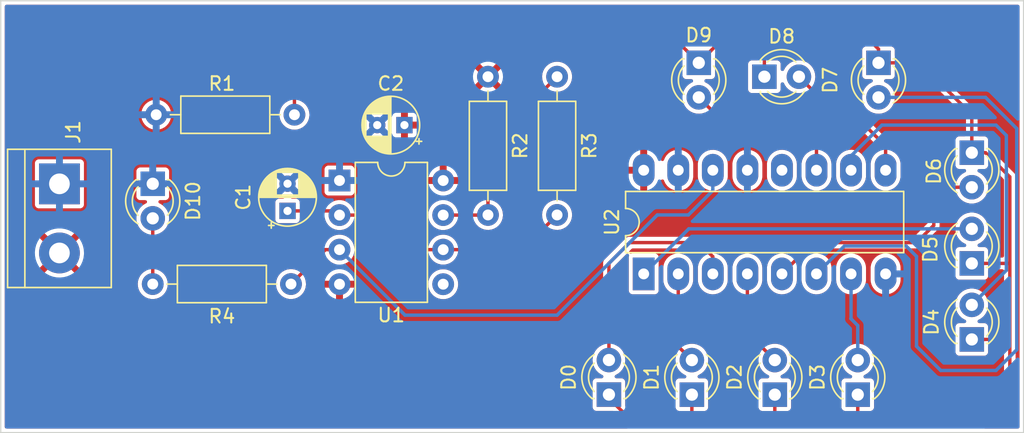
<source format=kicad_pcb>
(kicad_pcb (version 20211014) (generator pcbnew)
  (layers (0 "F.Cu" signal) (31 "B.Cu" signal) (34 "B.Paste" user) (35 "F.Paste" user) (36 "B.SilkS" user "B.Silkscreen") (37 "F.SilkS" user "F.Silkscreen") (38 "B.Mask" user) (39 "F.Mask" user) (44 "Edge.Cuts" user))
  (net 0 "")
  (net 1 "6,2")
  (net 2 "GND")
  (net 3 "Vcc")
  (net 4 "Net-(D0-Pad1)")
  (net 5 "Net-(D0-Pad2)")
  (net 6 "Net-(D1-Pad2)")
  (net 7 "Net-(D2-Pad2)")
  (net 8 "Net-(D3-Pad2)")
  (net 9 "Net-(D4-Pad2)")
  (net 10 "Net-(D5-Pad2)")
  (net 11 "Net-(D6-Pad2)")
  (net 12 "Net-(D7-Pad2)")
  (net 13 "Net-(D8-Pad2)")
  (net 14 "Net-(D9-Pad2)")
  (net 15 "Net-(D10-Pad2)")
  (net 16 "Net-(R2-Pad2)")
  (net 17 "Net-(R4-Pad1)")
  (footprint "LED_THT:LED_D3.0mm_Clear" (layer "F.Cu") (at 134.112 104.135 -90)
    (fp_text reference "D7" (at 1.275 3.551 90) (layer "F.SilkS"))
    (fp_text value "LED" hide)
    (fp_line (start -0.29 -1.236) (end -0.29 -1.08) (layer "F.SilkS") (width 0.12))
    (fp_line (start -0.29 1.08) (end -0.29 1.236) (layer "F.SilkS") (width 0.12))
    (fp_arc (start -0.29 -1.235516) (mid 1.366487 -1.987659) (end 2.942335 -1.078608) (layer "F.SilkS") (width 0.12))
    (fp_arc (start 0.229039 -1.08) (mid 1.270117 -1.5) (end 2.31113 -1.079837) (layer "F.SilkS") (width 0.12))
    (fp_arc (start 2.31113 1.079837) (mid 1.270117 1.5) (end 0.229039 1.08) (layer "F.SilkS") (width 0.12))
    (fp_arc (start 2.942335 1.078608) (mid 1.366487 1.987659) (end -0.29 1.235516) (layer "F.SilkS") (width 0.12))
    (pad "1" thru_hole rect (at 0 0 270) (size 1.8 1.8) (drill 0.9) (layers *.Cu *.Mask) (net 4 "Net-(D0-Pad1)"))
    (pad "2" thru_hole circle (at 2.54 0 270) (size 1.8 1.8) (drill 0.9) (layers *.Cu *.Mask) (net 12 "Net-(D7-Pad2)"))
  )
  (footprint "Resistor_THT:R_Axial_DIN0207_L6.3mm_D2.5mm_P10.16mm_Horizontal" (layer "F.Cu") (at 91.186 107.95 180)
    (fp_text reference "R1" (at 5.334 2.286) (layer "F.SilkS"))
    (fp_text value "330" hide)
    (fp_line (start 9.12 0) (end 8.35 0) (layer "F.SilkS") (width 0.12))
    (fp_line (start 8.35 1.37) (end 8.35 -1.37) (layer "F.SilkS") (width 0.12))
    (fp_line (start 8.35 -1.37) (end 1.81 -1.37) (layer "F.SilkS") (width 0.12))
    (fp_line (start 1.81 -1.37) (end 1.81 1.37) (layer "F.SilkS") (width 0.12))
    (fp_line (start 1.04 0) (end 1.81 0) (layer "F.SilkS") (width 0.12))
    (fp_line (start 1.81 1.37) (end 8.35 1.37) (layer "F.SilkS") (width 0.12))
    (pad "1" thru_hole circle (at 0 0 180) (size 1.6 1.6) (drill 0.8) (layers *.Cu *.Mask) (net 4 "Net-(D0-Pad1)"))
    (pad "2" thru_hole oval (at 10.16 0 180) (size 1.6 1.6) (drill 0.8) (layers *.Cu *.Mask) (net 2 "GND"))
  )
  (footprint "Resistor_THT:R_Axial_DIN0207_L6.3mm_D2.5mm_P10.16mm_Horizontal" (layer "F.Cu") (at 110.49 105.156 -90)
    (fp_text reference "R3" (at 5.08 -2.37 90) (layer "F.SilkS"))
    (fp_text value "100k" hide)
    (fp_line (start 1.04 0) (end 1.81 0) (layer "F.SilkS") (width 0.12))
    (fp_line (start 8.35 -1.37) (end 1.81 -1.37) (layer "F.SilkS") (width 0.12))
    (fp_line (start 9.12 0) (end 8.35 0) (layer "F.SilkS") (width 0.12))
    (fp_line (start 8.35 1.37) (end 8.35 -1.37) (layer "F.SilkS") (width 0.12))
    (fp_line (start 1.81 1.37) (end 8.35 1.37) (layer "F.SilkS") (width 0.12))
    (fp_line (start 1.81 -1.37) (end 1.81 1.37) (layer "F.SilkS") (width 0.12))
    (pad "1" thru_hole circle (at 0 0 270) (size 1.6 1.6) (drill 0.8) (layers *.Cu *.Mask) (net 16 "Net-(R2-Pad2)"))
    (pad "2" thru_hole oval (at 10.16 0 270) (size 1.6 1.6) (drill 0.8) (layers *.Cu *.Mask) (net 1 "6,2"))
  )
  (footprint "TerminalBlock:TerminalBlock_bornier-2_P5.08mm" (layer "F.Cu") (at 73.914 113.03 -90)
    (fp_text reference "J1" (at -3.81 -1.016 90) (layer "F.SilkS"))
    (fp_text value "Screw_Terminal_01x02" hide)
    (fp_line (start 7.62 -3.81) (end -2.54 -3.81) (layer "F.SilkS") (width 0.12))
    (fp_line (start -2.54 3.81) (end 7.62 3.81) (layer "F.SilkS") (width 0.12))
    (fp_line (start -2.54 -3.81) (end -2.54 3.81) (layer "F.SilkS") (width 0.12))
    (fp_line (start 7.62 3.81) (end 7.62 -3.81) (layer "F.SilkS") (width 0.12))
    (fp_line (start 7.62 2.54) (end -2.54 2.54) (layer "F.SilkS") (width 0.12))
    (pad "1" thru_hole rect (at 0 0 270) (size 3 3) (drill 1.52) (layers *.Cu *.Mask) (net 2 "GND"))
    (pad "2" thru_hole circle (at 5.08 0 270) (size 3 3) (drill 1.52) (layers *.Cu *.Mask) (net 3 "Vcc"))
  )
  (footprint "Capacitor_THT:CP_Radial_D4.0mm_P2.00mm" (layer "F.Cu") (at 99.2706 108.712 180)
    (fp_text reference "C2" (at 1 3.048) (layer "F.SilkS"))
    (fp_text value "1uF" hide)
    (fp_line (start 2.561 -1.396) (end 2.561 -0.84) (layer "F.SilkS") (width 0.12))
    (fp_line (start 2.521 -1.438) (end 2.521 -0.84) (layer "F.SilkS") (width 0.12))
    (fp_line (start 1.721 -1.954) (end 1.721 -0.84) (layer "F.SilkS") (width 0.12))
    (fp_line (start 1.761 0.84) (end 1.761 1.94) (layer "F.SilkS") (width 0.12))
    (fp_line (start 2.841 -1.013) (end 2.841 1.013) (layer "F.SilkS") (width 0.12))
    (fp_line (start 2.081 0.84) (end 2.081 1.785) (layer "F.SilkS") (width 0.12))
    (fp_line (start 1.68 0.84) (end 1.68 1.968) (layer "F.SilkS") (width 0.12))
    (fp_line (start 2.441 -1.516) (end 2.441 -0.84) (layer "F.SilkS") (width 0.12))
    (fp_line (start 2.681 0.84) (end 2.681 1.254) (layer "F.SilkS") (width 0.12))
    (fp_line (start 2.881 -0.94) (end 2.881 0.94) (layer "F.SilkS") (width 0.12))
    (fp_line (start 1.961 0.84) (end 1.961 1.851) (layer "F.SilkS") (width 0.12))
    (fp_line (start 2.241 0.84) (end 2.241 1.68) (layer "F.SilkS") (width 0.12))
    (fp_line (start 1.921 0.84) (end 1.921 1.87) (layer "F.SilkS") (width 0.12))
    (fp_line (start 2.121 -1.76) (end 2.121 -0.84) (layer "F.SilkS") (width 0.12))
    (fp_line (start 2.201 0.84) (end 2.201 1.708) (layer "F.SilkS") (width 0.12))
    (fp_line (start 1.28 -2.062) (end 1.28 -0.84) (layer "F.SilkS") (width 0.12))
    (fp_line (start 2.641 -1.304) (end 2.641 -0.84) (layer "F.SilkS") (width 0.12))
    (fp_line (start 1.36 0.84) (end 1.36 2.05) (layer "F.SilkS") (width 0.12))
    (fp_line (start 1.961 -1.851) (end 1.961 -0.84) (layer "F.SilkS") (width 0.12))
    (fp_line (start 3.001 -0.664) (end 3.001 0.664) (layer "F.SilkS") (width 0.12))
    (fp_line (start 1.16 -2.074) (end 1.16 2.074) (layer "F.SilkS") (width 0.12))
    (fp_line (start -1.069801 -1.395) (end -1.069801 -0.995) (layer "F.SilkS") (width 0.12))
    (fp_line (start 1.761 -1.94) (end 1.761 -0.84) (layer "F.SilkS") (width 0.12))
    (fp_line (start 2.401 0.84) (end 2.401 1.552) (layer "F.SilkS") (width 0.12))
    (fp_line (start 2.481 -1.478) (end 2.481 -0.84) (layer "F.SilkS") (width 0.12))
    (fp_line (start 1.44 0.84) (end 1.44 2.034) (layer "F.SilkS") (width 0.12))
    (fp_line (start 1.881 -1.889) (end 1.881 -0.84) (layer "F.SilkS") (width 0.12))
    (fp_line (start 2.321 -1.619) (end 2.321 -0.84) (layer "F.SilkS") (width 0.12))
    (fp_line (start 3.081 -0.37) (end 3.081 0.37) (layer "F.SilkS") (width 0.12))
    (fp_line (start 1.12 -2.077) (end 1.12 2.077) (layer "F.SilkS") (width 0.12))
    (fp_line (start 2.201 -1.708) (end 2.201 -0.84) (layer "F.SilkS") (width 0.12))
    (fp_line (start 2.161 0.84) (end 2.161 1.735) (layer "F.SilkS") (width 0.12))
    (fp_line (start 1.56 0.84) (end 1.56 2.005) (layer "F.SilkS") (width 0.12))
    (fp_line (start 2.601 -1.351) (end 2.601 -0.84) (layer "F.SilkS") (width 0.12))
    (fp_line (start 1.921 -1.87) (end 1.921 -0.84) (layer "F.SilkS") (width 0.12))
    (fp_line (start 2.281 0.84) (end 2.281 1.65) (layer "F.SilkS") (width 0.12))
    (fp_line (start 2.641 0.84) (end 2.641 1.304) (layer "F.SilkS") (width 0.12))
    (fp_line (start 2.121 0.84) (end 2.121 1.76) (layer "F.SilkS") (width 0.12))
    (fp_line (start 1.4 0.84) (end 1.4 2.042) (layer "F.SilkS") (width 0.12))
    (fp_line (start 2.601 0.84) (end 2.601 1.351) (layer "F.SilkS") (width 0.12))
    (fp_line (start 1.64 -1.982) (end 1.64 -0.84) (layer "F.SilkS") (width 0.12))
    (fp_line (start 1.881 0.84) (end 1.881 1.889) (layer "F.SilkS") (width 0.12))
    (fp_line (start 2.041 0.84) (end 2.041 1.808) (layer "F.SilkS") (width 0.12))
    (fp_line (start 2.561 0.84) (end 2.561 1.396) (layer "F.SilkS") (width 0.12))
    (fp_line (start 1.6 -1.994) (end 1.6 -0.84) (layer "F.SilkS") (width 0.12))
    (fp_line (start 1.721 0.84) (end 1.721 1.954) (layer "F.SilkS") (width 0.12))
    (fp_line (start 2.361 0.84) (end 2.361 1.587) (layer "F.SilkS") (width 0.12))
    (fp_line (start 2.681 -1.254) (end 2.681 -0.84) (layer "F.SilkS") (width 0.12))
    (fp_line (start 2.001 -1.83) (end 2.001 -0.84) (layer "F.SilkS") (width 0.12))
    (fp_line (start 2.041 -1.808) (end 2.041 -0.84) (layer "F.SilkS") (width 0.12))
    (fp_line (start 1.2 0.84) (end 1.2 2.071) (layer "F.SilkS") (width 0.12))
    (fp_line (start 2.761 -1.142) (end 2.761 -0.84) (layer "F.SilkS") (width 0.12))
    (fp_line (start 1.6 0.84) (end 1.6 1.994) (layer "F.SilkS") (width 0.12))
    (fp_line (start 1.32 0.84) (end 1.32 2.056) (layer "F.SilkS") (width 0.12))
    (fp_line (start 2.921 -0.859) (end 2.921 0.859) (layer "F.SilkS") (width 0.12))
    (fp_line (start -1.269801 -1.195) (end -0.869801 -1.195) (layer "F.SilkS") (width 0.12))
    (fp_line (start 1.64 0.84) (end 1.64 1.982) (layer "F.SilkS") (width 0.12))
    (fp_line (start 2.161 -1.735) (end 2.161 -0.84) (layer "F.SilkS") (width 0.12))
    (fp_line (start 1.56 -2.005) (end 1.56 -0.84) (layer "F.SilkS") (width 0.12))
    (fp_line (start 1.841 0.84) (end 1.841 1.907) (layer "F.SilkS") (width 0.12))
    (fp_line (start 1.36 -2.05) (end 1.36 -0.84) (layer "F.SilkS") (width 0.12))
    (fp_line (start 1.68 -1.968) (end 1.68 -0.84) (layer "F.SilkS") (width 0.12))
    (fp_line (start 2.721 0.84) (end 2.721 1.2) (layer "F.SilkS") (width 0.12))
    (fp_line (start 2.401 -1.552) (end 2.401 -0.84) (layer "F.SilkS") (width 0.12))
    (fp_line (start 1.48 0.84) (end 1.48 2.025) (layer "F.SilkS") (width 0.12))
    (fp_line (start 1.52 0.84) (end 1.52 2.016) (layer "F.SilkS") (width 0.12))
    (fp_line (start 2.721 -1.2) (end 2.721 -0.84) (layer "F.SilkS") (width 0.12))
    (fp_line (start 1.52 -2.016) (end 1.52 -0.84) (layer "F.SilkS") (width 0.12))
    (fp_line (start 1.24 0.84) (end 1.24 2.067) (layer "F.SilkS") (width 0.12))
    (fp_line (start 1.48 -2.025) (end 1.48 -0.84) (layer "F.SilkS") (width 0.12))
    (fp_line (start 3.041 -0.537) (end 3.041 0.537) (layer "F.SilkS") (width 0.12))
    (fp_line (start 2.081 -1.785) (end 2.081 -0.84) (layer "F.SilkS") (width 0.12))
    (fp_line (start 1.28 0.84) (end 1.28 2.062) (layer "F.SilkS") (width 0.12))
    (fp_line (start 1.32 -2.056) (end 1.32 -0.84) (layer "F.SilkS") (width 0.12))
    (fp_line (start 2.961 -0.768) (end 2.961 0.768) (layer "F.SilkS") (width 0.12))
    (fp_line (start 2.361 -1.587) (end 2.361 -0.84) (layer "F.SilkS") (width 0.12))
    (fp_line (start 2.441 0.84) (end 2.441 1.516) (layer "F.SilkS") (width 0.12))
    (fp_line (start 2.241 -1.68) (end 2.241 -0.84) (layer "F.SilkS") (width 0.12))
    (fp_line (start 1.44 -2.034) (end 1.44 -0.84) (layer "F.SilkS") (width 0.12))
    (fp_line (start 1.04 -2.08) (end 1.04 2.08) (layer "F.SilkS") (width 0.12))
    (fp_line (start 1.4 -2.042) (end 1.4 -0.84) (layer "F.SilkS") (width 0.12))
    (fp_line (start 2.321 0.84) (end 2.321 1.619) (layer "F.SilkS") (width 0.12))
    (fp_line (start 1.08 -2.079) (end 1.08 2.079) (layer "F.SilkS") (width 0.12))
    (fp_line (start 2.481 0.84) (end 2.481 1.478) (layer "F.SilkS") (width 0.12))
    (fp_line (start 1.801 -1.924) (end 1.801 -0.84) (layer "F.SilkS") (width 0.12))
    (fp_line (start 1 -2.08) (end 1 2.08) (layer "F.SilkS") (width 0.12))
    (fp_line (start 1.24 -2.067) (end 1.24 -0.84) (layer "F.SilkS") (width 0.12))
    (fp_line (start 2.281 -1.65) (end 2.281 -0.84) (layer "F.SilkS") (width 0.12))
    (fp_line (start 1.841 -1.907) (end 1.841 -0.84) (layer "F.SilkS") (width 0.12))
    (fp_line (start 2.001 0.84) (end 2.001 1.83) (layer "F.SilkS") (width 0.12))
    (fp_line (start 2.761 0.84) (end 2.761 1.142) (layer "F.SilkS") (width 0.12))
    (fp_line (start 2.801 0.84) (end 2.801 1.08) (layer "F.SilkS") (width 0.12))
    (fp_line (start 2.521 0.84) (end 2.521 1.438) (layer "F.SilkS") (width 0.12))
    (fp_line (start 2.801 -1.08) (end 2.801 -0.84) (layer "F.SilkS") (width 0.12))
    (fp_line (start 1.801 0.84) (end 1.801 1.924) (layer "F.SilkS") (width 0.12))
    (fp_line (start 1.2 -2.071) (end 1.2 -0.84) (layer "F.SilkS") (width 0.12))
    (fp_circle (center 1 0) (end 3.12 0) (layer "F.SilkS") (width 0.12) (fill none))
    (pad "1" thru_hole rect (at 0 0 180) (size 1.2 1.2) (drill 0.6) (layers *.Cu *.Mask) (net 3 "Vcc"))
    (pad "2" thru_hole circle (at 2 0 180) (size 1.2 1.2) (drill 0.6) (layers *.Cu *.Mask) (net 2 "GND"))
  )
  (footprint "LED_THT:LED_D3.0mm_Clear" (layer "F.Cu") (at 126.492 128.524 90)
    (fp_text reference "D2" (at 1.27 -2.96 90) (layer "F.SilkS"))
    (fp_text value "LED" hide)
    (fp_line (start -0.29 -1.236) (end -0.29 -1.08) (layer "F.SilkS") (width 0.12))
    (fp_line (start -0.29 1.08) (end -0.29 1.236) (layer "F.SilkS") (width 0.12))
    (fp_arc (start 0.229039 -1.08) (mid 1.270117 -1.5) (end 2.31113 -1.079837) (layer "F.SilkS") (width 0.12))
    (fp_arc (start -0.29 -1.235516) (mid 1.366487 -1.987659) (end 2.942335 -1.078608) (layer "F.SilkS") (width 0.12))
    (fp_arc (start 2.31113 1.079837) (mid 1.270117 1.5) (end 0.229039 1.08) (layer "F.SilkS") (width 0.12))
    (fp_arc (start 2.942335 1.078608) (mid 1.366487 1.987659) (end -0.29 1.235516) (layer "F.SilkS") (width 0.12))
    (pad "1" thru_hole rect (at 0 0 90) (size 1.8 1.8) (drill 0.9) (layers *.Cu *.Mask) (net 4 "Net-(D0-Pad1)"))
    (pad "2" thru_hole circle (at 2.54 0 90) (size 1.8 1.8) (drill 0.9) (layers *.Cu *.Mask) (net 7 "Net-(D2-Pad2)"))
  )
  (footprint "Resistor_THT:R_Axial_DIN0207_L6.3mm_D2.5mm_P10.16mm_Horizontal" (layer "F.Cu") (at 90.932 120.396 180)
    (fp_text reference "R4" (at 5.08 -2.37) (layer "F.SilkS"))
    (fp_text value "330" hide)
    (fp_line (start 1.04 0) (end 1.81 0) (layer "F.SilkS") (width 0.12))
    (fp_line (start 1.81 -1.37) (end 1.81 1.37) (layer "F.SilkS") (width 0.12))
    (fp_line (start 8.35 1.37) (end 8.35 -1.37) (layer "F.SilkS") (width 0.12))
    (fp_line (start 9.12 0) (end 8.35 0) (layer "F.SilkS") (width 0.12))
    (fp_line (start 1.81 1.37) (end 8.35 1.37) (layer "F.SilkS") (width 0.12))
    (fp_line (start 8.35 -1.37) (end 1.81 -1.37) (layer "F.SilkS") (width 0.12))
    (pad "1" thru_hole circle (at 0 0 180) (size 1.6 1.6) (drill 0.8) (layers *.Cu *.Mask) (net 17 "Net-(R4-Pad1)"))
    (pad "2" thru_hole oval (at 10.16 0 180) (size 1.6 1.6) (drill 0.8) (layers *.Cu *.Mask) (net 15 "Net-(D10-Pad2)"))
  )
  (footprint "LED_THT:LED_D3.0mm_Clear" (layer "F.Cu") (at 140.97 124.465 90)
    (fp_text reference "D4" (at 1.27 -2.96 90) (layer "F.SilkS"))
    (fp_text value "LED" hide)
    (fp_line (start -0.29 1.08) (end -0.29 1.236) (layer "F.SilkS") (width 0.12))
    (fp_line (start -0.29 -1.236) (end -0.29 -1.08) (layer "F.SilkS") (width 0.12))
    (fp_arc (start -0.29 -1.235516) (mid 1.366487 -1.987659) (end 2.942335 -1.078608) (layer "F.SilkS") (width 0.12))
    (fp_arc (start 2.942335 1.078608) (mid 1.366487 1.987659) (end -0.29 1.235516) (layer "F.SilkS") (width 0.12))
    (fp_arc (start 2.31113 1.079837) (mid 1.270117 1.5) (end 0.229039 1.08) (layer "F.SilkS") (width 0.12))
    (fp_arc (start 0.229039 -1.08) (mid 1.270117 -1.5) (end 2.31113 -1.079837) (layer "F.SilkS") (width 0.12))
    (pad "1" thru_hole rect (at 0 0 90) (size 1.8 1.8) (drill 0.9) (layers *.Cu *.Mask) (net 4 "Net-(D0-Pad1)"))
    (pad "2" thru_hole circle (at 2.54 0 90) (size 1.8 1.8) (drill 0.9) (layers *.Cu *.Mask) (net 9 "Net-(D4-Pad2)"))
  )
  (footprint "Resistor_THT:R_Axial_DIN0207_L6.3mm_D2.5mm_P10.16mm_Horizontal" (layer "F.Cu") (at 105.41 105.156 -90)
    (fp_text reference "R2" (at 5.08 -2.37 90) (layer "F.SilkS"))
    (fp_text value "1k" hide)
    (fp_line (start 8.35 1.37) (end 8.35 -1.37) (layer "F.SilkS") (width 0.12))
    (fp_line (start 9.12 0) (end 8.35 0) (layer "F.SilkS") (width 0.12))
    (fp_line (start 1.81 1.37) (end 8.35 1.37) (layer "F.SilkS") (width 0.12))
    (fp_line (start 1.04 0) (end 1.81 0) (layer "F.SilkS") (width 0.12))
    (fp_line (start 8.35 -1.37) (end 1.81 -1.37) (layer "F.SilkS") (width 0.12))
    (fp_line (start 1.81 -1.37) (end 1.81 1.37) (layer "F.SilkS") (width 0.12))
    (pad "1" thru_hole circle (at 0 0 270) (size 1.6 1.6) (drill 0.8) (layers *.Cu *.Mask) (net 3 "Vcc"))
    (pad "2" thru_hole oval (at 10.16 0 270) (size 1.6 1.6) (drill 0.8) (layers *.Cu *.Mask) (net 16 "Net-(R2-Pad2)"))
  )
  (footprint "LED_THT:LED_D3.0mm_Clear" (layer "F.Cu") (at 120.396 128.524 90)
    (fp_text reference "D1" (at 1.27 -2.96 90) (layer "F.SilkS"))
    (fp_text value "LED" hide)
    (fp_line (start -0.29 -1.236) (end -0.29 -1.08) (layer "F.SilkS") (width 0.12))
    (fp_line (start -0.29 1.08) (end -0.29 1.236) (layer "F.SilkS") (width 0.12))
    (fp_arc (start -0.29 -1.235516) (mid 1.366487 -1.987659) (end 2.942335 -1.078608) (layer "F.SilkS") (width 0.12))
    (fp_arc (start 0.229039 -1.08) (mid 1.270117 -1.5) (end 2.31113 -1.079837) (layer "F.SilkS") (width 0.12))
    (fp_arc (start 2.942335 1.078608) (mid 1.366487 1.987659) (end -0.29 1.235516) (layer "F.SilkS") (width 0.12))
    (fp_arc (start 2.31113 1.079837) (mid 1.270117 1.5) (end 0.229039 1.08) (layer "F.SilkS") (width 0.12))
    (pad "1" thru_hole rect (at 0 0 90) (size 1.8 1.8) (drill 0.9) (layers *.Cu *.Mask) (net 4 "Net-(D0-Pad1)"))
    (pad "2" thru_hole circle (at 2.54 0 90) (size 1.8 1.8) (drill 0.9) (layers *.Cu *.Mask) (net 6 "Net-(D1-Pad2)"))
  )
  (footprint "LED_THT:LED_D3.0mm_Clear" (layer "F.Cu") (at 132.588 128.524 90)
    (fp_text reference "D3" (at 1.27 -2.96 90) (layer "F.SilkS"))
    (fp_text value "LED" hide)
    (fp_line (start -0.29 -1.236) (end -0.29 -1.08) (layer "F.SilkS") (width 0.12))
    (fp_line (start -0.29 1.08) (end -0.29 1.236) (layer "F.SilkS") (width 0.12))
    (fp_arc (start 0.229039 -1.08) (mid 1.270117 -1.5) (end 2.31113 -1.079837) (layer "F.SilkS") (width 0.12))
    (fp_arc (start -0.29 -1.235516) (mid 1.366487 -1.987659) (end 2.942335 -1.078608) (layer "F.SilkS") (width 0.12))
    (fp_arc (start 2.31113 1.079837) (mid 1.270117 1.5) (end 0.229039 1.08) (layer "F.SilkS") (width 0.12))
    (fp_arc (start 2.942335 1.078608) (mid 1.366487 1.987659) (end -0.29 1.235516) (layer "F.SilkS") (width 0.12))
    (pad "1" thru_hole rect (at 0 0 90) (size 1.8 1.8) (drill 0.9) (layers *.Cu *.Mask) (net 4 "Net-(D0-Pad1)"))
    (pad "2" thru_hole circle (at 2.54 0 90) (size 1.8 1.8) (drill 0.9) (layers *.Cu *.Mask) (net 8 "Net-(D3-Pad2)"))
  )
  (footprint "Capacitor_THT:CP_Radial_D4.0mm_P2.00mm" (layer "F.Cu") (at 90.678 115.0186 90)
    (fp_text reference "C1" (at 1 -3.25 90) (layer "F.SilkS"))
    (fp_text value "1uF" hide)
    (fp_line (start 3.081 -0.37) (end 3.081 0.37) (layer "F.SilkS") (width 0.12))
    (fp_line (start 2.641 -1.304) (end 2.641 -0.84) (layer "F.SilkS") (width 0.12))
    (fp_line (start 2.761 0.84) (end 2.761 1.142) (layer "F.SilkS") (width 0.12))
    (fp_line (start 1.961 0.84) (end 1.961 1.851) (layer "F.SilkS") (width 0.12))
    (fp_line (start 1.48 -2.025) (end 1.48 -0.84) (layer "F.SilkS") (width 0.12))
    (fp_line (start 2.641 0.84) (end 2.641 1.304) (layer "F.SilkS") (width 0.12))
    (fp_line (start 1.2 0.84) (end 1.2 2.071) (layer "F.SilkS") (width 0.12))
    (fp_line (start 2.761 -1.142) (end 2.761 -0.84) (layer "F.SilkS") (width 0.12))
    (fp_line (start 1.56 0.84) (end 1.56 2.005) (layer "F.SilkS") (width 0.12))
    (fp_line (start 1.4 -2.042) (end 1.4 -0.84) (layer "F.SilkS") (width 0.12))
    (fp_line (start 2.681 -1.254) (end 2.681 -0.84) (layer "F.SilkS") (width 0.12))
    (fp_line (start 1.04 -2.08) (end 1.04 2.08) (layer "F.SilkS") (width 0.12))
    (fp_line (start 2.201 0.84) (end 2.201 1.708) (layer "F.SilkS") (width 0.12))
    (fp_line (start 1.52 0.84) (end 1.52 2.016) (layer "F.SilkS") (width 0.12))
    (fp_line (start 1.56 -2.005) (end 1.56 -0.84) (layer "F.SilkS") (width 0.12))
    (fp_line (start 2.041 0.84) (end 2.041 1.808) (layer "F.SilkS") (width 0.12))
    (fp_line (start 1.64 0.84) (end 1.64 1.982) (layer "F.SilkS") (width 0.12))
    (fp_line (start 1.44 0.84) (end 1.44 2.034) (layer "F.SilkS") (width 0.12))
    (fp_line (start 1.921 0.84) (end 1.921 1.87) (layer "F.SilkS") (width 0.12))
    (fp_line (start 2.721 0.84) (end 2.721 1.2) (layer "F.SilkS") (width 0.12))
    (fp_line (start 2.481 0.84) (end 2.481 1.478) (layer "F.SilkS") (width 0.12))
    (fp_line (start 1.48 0.84) (end 1.48 2.025) (layer "F.SilkS") (width 0.12))
    (fp_line (start 2.361 0.84) (end 2.361 1.587) (layer "F.SilkS") (width 0.12))
    (fp_line (start 2.841 -1.013) (end 2.841 1.013) (layer "F.SilkS") (width 0.12))
    (fp_line (start 2.481 -1.478) (end 2.481 -0.84) (layer "F.SilkS") (width 0.12))
    (fp_line (start 1.881 -1.889) (end 1.881 -0.84) (layer "F.SilkS") (width 0.12))
    (fp_line (start 2.601 0.84) (end 2.601 1.351) (layer "F.SilkS") (width 0.12))
    (fp_line (start 1.12 -2.077) (end 1.12 2.077) (layer "F.SilkS") (width 0.12))
    (fp_line (start 1.32 0.84) (end 1.32 2.056) (layer "F.SilkS") (width 0.12))
    (fp_line (start 1.881 0.84) (end 1.881 1.889) (layer "F.SilkS") (width 0.12))
    (fp_line (start 1.24 -2.067) (end 1.24 -0.84) (layer "F.SilkS") (width 0.12))
    (fp_line (start 2.281 -1.65) (end 2.281 -0.84) (layer "F.SilkS") (width 0.12))
    (fp_line (start 2.561 -1.396) (end 2.561 -0.84) (layer "F.SilkS") (width 0.12))
    (fp_line (start 2.561 0.84) (end 2.561 1.396) (layer "F.SilkS") (width 0.12))
    (fp_line (start 2.881 -0.94) (end 2.881 0.94) (layer "F.SilkS") (width 0.12))
    (fp_line (start 1.721 -1.954) (end 1.721 -0.84) (layer "F.SilkS") (width 0.12))
    (fp_line (start 1.841 0.84) (end 1.841 1.907) (layer "F.SilkS") (width 0.12))
    (fp_line (start 2.241 0.84) (end 2.241 1.68) (layer "F.SilkS") (width 0.12))
    (fp_line (start 2.801 0.84) (end 2.801 1.08) (layer "F.SilkS") (width 0.12))
    (fp_line (start 2.161 -1.735) (end 2.161 -0.84) (layer "F.SilkS") (width 0.12))
    (fp_line (start 1.36 0.84) (end 1.36 2.05) (layer "F.SilkS") (width 0.12))
    (fp_line (start 3.041 -0.537) (end 3.041 0.537) (layer "F.SilkS") (width 0.12))
    (fp_line (start 2.921 -0.859) (end 2.921 0.859) (layer "F.SilkS") (width 0.12))
    (fp_line (start 1.801 -1.924) (end 1.801 -0.84) (layer "F.SilkS") (width 0.12))
    (fp_line (start 1.921 -1.87) (end 1.921 -0.84) (layer "F.SilkS") (width 0.12))
    (fp_line (start 1.961 -1.851) (end 1.961 -0.84) (layer "F.SilkS") (width 0.12))
    (fp_line (start 2.241 -1.68) (end 2.241 -0.84) (layer "F.SilkS") (width 0.12))
    (fp_line (start 1.841 -1.907) (end 1.841 -0.84) (layer "F.SilkS") (width 0.12))
    (fp_line (start 2.961 -0.768) (end 2.961 0.768) (layer "F.SilkS") (width 0.12))
    (fp_line (start 2.401 -1.552) (end 2.401 -0.84) (layer "F.SilkS") (width 0.12))
    (fp_line (start 1.68 -1.968) (end 1.68 -0.84) (layer "F.SilkS") (width 0.12))
    (fp_line (start 1.36 -2.05) (end 1.36 -0.84) (layer "F.SilkS") (width 0.12))
    (fp_line (start 2.441 -1.516) (end 2.441 -0.84) (layer "F.SilkS") (width 0.12))
    (fp_line (start 1.4 0.84) (end 1.4 2.042) (layer "F.SilkS") (width 0.12))
    (fp_line (start 1 -2.08) (end 1 2.08) (layer "F.SilkS") (width 0.12))
    (fp_line (start 2.281 0.84) (end 2.281 1.65) (layer "F.SilkS") (width 0.12))
    (fp_line (start 1.52 -2.016) (end 1.52 -0.84) (layer "F.SilkS") (width 0.12))
    (fp_line (start -1.269801 -1.195) (end -0.869801 -1.195) (layer "F.SilkS") (width 0.12))
    (fp_line (start 2.521 -1.438) (end 2.521 -0.84) (layer "F.SilkS") (width 0.12))
    (fp_line (start 2.321 0.84) (end 2.321 1.619) (layer "F.SilkS") (width 0.12))
    (fp_line (start 2.361 -1.587) (end 2.361 -0.84) (layer "F.SilkS") (width 0.12))
    (fp_line (start 3.001 -0.664) (end 3.001 0.664) (layer "F.SilkS") (width 0.12))
    (fp_line (start 1.68 0.84) (end 1.68 1.968) (layer "F.SilkS") (width 0.12))
    (fp_line (start -1.069801 -1.395) (end -1.069801 -0.995) (layer "F.SilkS") (width 0.12))
    (fp_line (start 1.64 -1.982) (end 1.64 -0.84) (layer "F.SilkS") (width 0.12))
    (fp_line (start 1.761 0.84) (end 1.761 1.94) (layer "F.SilkS") (width 0.12))
    (fp_line (start 2.801 -1.08) (end 2.801 -0.84) (layer "F.SilkS") (width 0.12))
    (fp_line (start 2.401 0.84) (end 2.401 1.552) (layer "F.SilkS") (width 0.12))
    (fp_line (start 2.721 -1.2) (end 2.721 -0.84) (layer "F.SilkS") (width 0.12))
    (fp_line (start 1.801 0.84) (end 1.801 1.924) (layer "F.SilkS") (width 0.12))
    (fp_line (start 1.24 0.84) (end 1.24 2.067) (layer "F.SilkS") (width 0.12))
    (fp_line (start 2.321 -1.619) (end 2.321 -0.84) (layer "F.SilkS") (width 0.12))
    (fp_line (start 2.201 -1.708) (end 2.201 -0.84) (layer "F.SilkS") (width 0.12))
    (fp_line (start 1.6 -1.994) (end 1.6 -0.84) (layer "F.SilkS") (width 0.12))
    (fp_line (start 1.16 -2.074) (end 1.16 2.074) (layer "F.SilkS") (width 0.12))
    (fp_line (start 1.44 -2.034) (end 1.44 -0.84) (layer "F.SilkS") (width 0.12))
    (fp_line (start 2.601 -1.351) (end 2.601 -0.84) (layer "F.SilkS") (width 0.12))
    (fp_line (start 2.001 -1.83) (end 2.001 -0.84) (layer "F.SilkS") (width 0.12))
    (fp_line (start 2.121 -1.76) (end 2.121 -0.84) (layer "F.SilkS") (width 0.12))
    (fp_line (start 1.28 0.84) (end 1.28 2.062) (layer "F.SilkS") (width 0.12))
    (fp_line (start 2.041 -1.808) (end 2.041 -0.84) (layer "F.SilkS") (width 0.12))
    (fp_line (start 1.721 0.84) (end 1.721 1.954) (layer "F.SilkS") (width 0.12))
    (fp_line (start 2.681 0.84) (end 2.681 1.254) (layer "F.SilkS") (width 0.12))
    (fp_line (start 2.001 0.84) (end 2.001 1.83) (layer "F.SilkS") (width 0.12))
    (fp_line (start 2.521 0.84) (end 2.521 1.438) (layer "F.SilkS") (width 0.12))
    (fp_line (start 2.081 0.84) (end 2.081 1.785) (layer "F.SilkS") (width 0.12))
    (fp_line (start 1.2 -2.071) (end 1.2 -0.84) (layer "F.SilkS") (width 0.12))
    (fp_line (start 1.761 -1.94) (end 1.761 -0.84) (layer "F.SilkS") (width 0.12))
    (fp_line (start 2.161 0.84) (end 2.161 1.735) (layer "F.SilkS") (width 0.12))
    (fp_line (start 2.081 -1.785) (end 2.081 -0.84) (layer "F.SilkS") (width 0.12))
    (fp_line (start 1.28 -2.062) (end 1.28 -0.84) (layer "F.SilkS") (width 0.12))
    (fp_line (start 2.121 0.84) (end 2.121 1.76) (layer "F.SilkS") (width 0.12))
    (fp_line (start 1.32 -2.056) (end 1.32 -0.84) (layer "F.SilkS") (width 0.12))
    (fp_line (start 1.08 -2.079) (end 1.08 2.079) (layer "F.SilkS") (width 0.12))
    (fp_line (start 2.441 0.84) (end 2.441 1.516) (layer "F.SilkS") (width 0.12))
    (fp_line (start 1.6 0.84) (end 1.6 1.994) (layer "F.SilkS") (width 0.12))
    (fp_circle (center 1 0) (end 3.12 0) (layer "F.SilkS") (width 0.12) (fill none))
    (pad "1" thru_hole rect (at 0 0 90) (size 1.2 1.2) (drill 0.6) (layers *.Cu *.Mask) (net 1 "6,2"))
    (pad "2" thru_hole circle (at 2 0 90) (size 1.2 1.2) (drill 0.6) (layers *.Cu *.Mask) (net 2 "GND"))
  )
  (footprint "LED_THT:LED_D3.0mm_Clear" (layer "F.Cu") (at 125.725 105.156)
    (fp_text reference "D8" (at 1.27 -2.96) (layer "F.SilkS"))
    (fp_text value "LED" hide)
    (fp_line (start -0.29 -1.236) (end -0.29 -1.08) (layer "F.SilkS") (width 0.12))
    (fp_line (start -0.29 1.08) (end -0.29 1.236) (layer "F.SilkS") (width 0.12))
    (fp_arc (start 2.31113 1.079837) (mid 1.270117 1.5) (end 0.229039 1.08) (layer "F.SilkS") (width 0.12))
    (fp_arc (start 2.942335 1.078608) (mid 1.366487 1.987659) (end -0.29 1.235516) (layer "F.SilkS") (width 0.12))
    (fp_arc (start 0.229039 -1.08) (mid 1.270117 -1.5) (end 2.31113 -1.079837) (layer "F.SilkS") (width 0.12))
    (fp_arc (start -0.29 -1.235516) (mid 1.366487 -1.987659) (end 2.942335 -1.078608) (layer "F.SilkS") (width 0.12))
    (pad "1" thru_hole rect (at 0 0) (size 1.8 1.8) (drill 0.9) (layers *.Cu *.Mask) (net 4 "Net-(D0-Pad1)"))
    (pad "2" thru_hole circle (at 2.54 0) (size 1.8 1.8) (drill 0.9) (layers *.Cu *.Mask) (net 13 "Net-(D8-Pad2)"))
  )
  (footprint "Package_DIP:DIP-8_W7.62mm" (layer "F.Cu") (at 94.498 112.786)
    (fp_text reference "U1" (at 3.8 9.896) (layer "F.SilkS"))
    (fp_text value "LM555xN" hide)
    (fp_line (start 6.46 8.95) (end 6.46 -1.33) (layer "F.SilkS") (width 0.12))
    (fp_line (start 1.16 8.95) (end 6.46 8.95) (layer "F.SilkS") (width 0.12))
    (fp_line (start 2.81 -1.33) (end 1.16 -1.33) (layer "F.SilkS") (width 0.12))
    (fp_line (start 6.46 -1.33) (end 4.81 -1.33) (layer "F.SilkS") (width 0.12))
    (fp_line (start 1.16 -1.33) (end 1.16 8.95) (layer "F.SilkS") (width 0.12))
    (fp_arc (start 4.81 -1.33) (mid 3.81 -0.33) (end 2.81 -1.33) (layer "F.SilkS") (width 0.12))
    (pad "1" thru_hole rect (at 0 0) (size 1.6 1.6) (drill 0.8) (layers *.Cu *.Mask) (net 2 "GND"))
    (pad "2" thru_hole oval (at 0 2.54) (size 1.6 1.6) (drill 0.8) (layers *.Cu *.Mask) (net 1 "6,2"))
    (pad "3" thru_hole oval (at 0 5.08) (size 1.6 1.6) (drill 0.8) (layers *.Cu *.Mask) (net 17 "Net-(R4-Pad1)"))
    (pad "4" thru_hole oval (at 0 7.62) (size 1.6 1.6) (drill 0.8) (layers *.Cu *.Mask) (net 3 "Vcc"))
    (pad "5" thru_hole oval (at 7.62 7.62) (size 1.6 1.6) (drill 0.8) (layers *.Cu *.Mask))
    (pad "6" thru_hole oval (at 7.62 5.08) (size 1.6 1.6) (drill 0.8) (layers *.Cu *.Mask) (net 1 "6,2"))
    (pad "7" thru_hole oval (at 7.62 2.54) (size 1.6 1.6) (drill 0.8) (layers *.Cu *.Mask) (net 16 "Net-(R2-Pad2)"))
    (pad "8" thru_hole oval (at 7.62 0) (size 1.6 1.6) (drill 0.8) (layers *.Cu *.Mask) (net 3 "Vcc"))
  )
  (footprint "LED_THT:LED_D3.0mm_Clear" (layer "F.Cu") (at 114.3 128.519 90)
    (fp_text reference "D0" (at 1.27 -2.96 90) (layer "F.SilkS"))
    (fp_text value "LED" hide)
    (fp_line (start -0.29 1.08) (end -0.29 1.236) (layer "F.SilkS") (width 0.12))
    (fp_line (start -0.29 -1.236) (end -0.29 -1.08) (layer "F.SilkS") (width 0.12))
    (fp_arc (start 2.31113 1.079837) (mid 1.270117 1.5) (end 0.229039 1.08) (layer "F.SilkS") (width 0.12))
    (fp_arc (start -0.29 -1.235516) (mid 1.366487 -1.987659) (end 2.942335 -1.078608) (layer "F.SilkS") (width 0.12))
    (fp_arc (start 0.229039 -1.08) (mid 1.270117 -1.5) (end 2.31113 -1.079837) (layer "F.SilkS") (width 0.12))
    (fp_arc (start 2.942335 1.078608) (mid 1.366487 1.987659) (end -0.29 1.235516) (layer "F.SilkS") (width 0.12))
    (pad "1" thru_hole rect (at 0 0 90) (size 1.8 1.8) (drill 0.9) (layers *.Cu *.Mask) (net 4 "Net-(D0-Pad1)"))
    (pad "2" thru_hole circle (at 2.54 0 90) (size 1.8 1.8) (drill 0.9) (layers *.Cu *.Mask) (net 5 "Net-(D0-Pad2)"))
  )
  (footprint "Package_DIP:DIP-16_W7.62mm_LongPads" (layer "F.Cu") (at 116.855 119.649 90)
    (fp_text reference "U2" (at 3.81 -2.33 90) (layer "F.SilkS"))
    (fp_text value "4017" hide)
    (fp_line (start 2.81 -1.33) (end 1.56 -1.33) (layer "F.SilkS") (width 0.12))
    (fp_line (start 6.06 -1.33) (end 4.81 -1.33) (layer "F.SilkS") (width 0.12))
    (fp_line (start 1.56 19.11) (end 6.06 19.11) (layer "F.SilkS") (width 0.12))
    (fp_line (start 6.06 19.11) (end 6.06 -1.33) (layer "F.SilkS") (width 0.12))
    (fp_line (start 1.56 -1.33) (end 1.56 19.11) (layer "F.SilkS") (width 0.12))
    (fp_arc (start 4.81 -1.33) (mid 3.81 -0.33) (end 2.81 -1.33) (layer "F.SilkS") (width 0.12))
    (pad "1" thru_hole rect (at 0 0 90) (size 2.4 1.6) (drill 0.8) (layers *.Cu *.Mask) (net 10 "Net-(D5-Pad2)"))
    (pad "2" thru_hole oval (at 0 2.54 90) (size 2.4 1.6) (drill 0.8) (layers *.Cu *.Mask) (net 6 "Net-(D1-Pad2)"))
    (pad "3" thru_hole oval (at 0 5.08 90) (size 2.4 1.6) (drill 0.8) (layers *.Cu *.Mask) (net 5 "Net-(D0-Pad2)"))
    (pad "4" thru_hole oval (at 0 7.62 90) (size 2.4 1.6) (drill 0.8) (layers *.Cu *.Mask) (net 7 "Net-(D2-Pad2)"))
    (pad "5" thru_hole oval (at 0 10.16 90) (size 2.4 1.6) (drill 0.8) (layers *.Cu *.Mask) (net 11 "Net-(D6-Pad2)"))
    (pad "6" thru_hole oval (at 0 12.7 90) (size 2.4 1.6) (drill 0.8) (layers *.Cu *.Mask) (net 12 "Net-(D7-Pad2)"))
    (pad "7" thru_hole oval (at 0 15.24 90) (size 2.4 1.6) (drill 0.8) (layers *.Cu *.Mask) (net 8 "Net-(D3-Pad2)"))
    (pad "8" thru_hole oval (at 0 17.78 90) (size 2.4 1.6) (drill 0.8) (layers *.Cu *.Mask) (net 2 "GND"))
    (pad "9" thru_hole oval (at 7.62 17.78 90) (size 2.4 1.6) (drill 0.8) (layers *.Cu *.Mask) (net 13 "Net-(D8-Pad2)"))
    (pad "10" thru_hole oval (at 7.62 15.24 90) (size 2.4 1.6) (drill 0.8) (layers *.Cu *.Mask) (net 9 "Net-(D4-Pad2)"))
    (pad "11" thru_hole oval (at 7.62 12.7 90) (size 2.4 1.6) (drill 0.8) (layers *.Cu *.Mask) (net 14 "Net-(D9-Pad2)"))
    (pad "12" thru_hole oval (at 7.62 10.16 90) (size 2.4 1.6) (drill 0.8) (layers *.Cu *.Mask))
    (pad "13" thru_hole oval (at 7.62 7.62 90) (size 2.4 1.6) (drill 0.8) (layers *.Cu *.Mask) (net 2 "GND"))
    (pad "14" thru_hole oval (at 7.62 5.08 90) (size 2.4 1.6) (drill 0.8) (layers *.Cu *.Mask) (net 17 "Net-(R4-Pad1)"))
    (pad "15" thru_hole oval (at 7.62 2.54 90) (size 2.4 1.6) (drill 0.8) (layers *.Cu *.Mask) (net 2 "GND"))
    (pad "16" thru_hole oval (at 7.62 0 90) (size 2.4 1.6) (drill 0.8) (layers *.Cu *.Mask) (net 3 "Vcc"))
  )
  (footprint "LED_THT:LED_D3.0mm_Clear" (layer "F.Cu") (at 140.97 118.877 90)
    (fp_text reference "D5" (at 1.021 -3.048 90) (layer "F.SilkS"))
    (fp_text value "LED" hide)
    (fp_line (start -0.29 -1.236) (end -0.29 -1.08) (layer "F.SilkS") (width 0.12))
    (fp_line (start -0.29 1.08) (end -0.29 1.236) (layer "F.SilkS") (width 0.12))
    (fp_arc (start 2.942335 1.078608) (mid 1.366487 1.987659) (end -0.29 1.235516) (layer "F.SilkS") (width 0.12))
    (fp_arc (start 2.31113 1.079837) (mid 1.270117 1.5) (end 0.229039 1.08) (layer "F.SilkS") (width 0.12))
    (fp_arc (start 0.229039 -1.08) (mid 1.270117 -1.5) (end 2.31113 -1.079837) (layer "F.SilkS") (width 0.12))
    (fp_arc (start -0.29 -1.235516) (mid 1.366487 -1.987659) (end 2.942335 -1.078608) (layer "F.SilkS") (width 0.12))
    (pad "1" thru_hole rect (at 0 0 90) (size 1.8 1.8) (drill 0.9) (layers *.Cu *.Mask) (net 4 "Net-(D0-Pad1)"))
    (pad "2" thru_hole circle (at 2.54 0 90) (size 1.8 1.8) (drill 0.9) (layers *.Cu *.Mask) (net 10 "Net-(D5-Pad2)"))
  )
  (footprint "LED_THT:LED_D3.0mm_Clear" (layer "F.Cu") (at 140.97 110.739 -90)
    (fp_text reference "D6" (at 1.366487 2.789 90) (layer "F.SilkS"))
    (fp_text value "LED" hide)
    (fp_line (start -0.29 -1.236) (end -0.29 -1.08) (layer "F.SilkS") (width 0.12))
    (fp_line (start -0.29 1.08) (end -0.29 1.236) (layer "F.SilkS") (width 0.12))
    (fp_arc (start 0.229039 -1.08) (mid 1.270117 -1.5) (end 2.31113 -1.079837) (layer "F.SilkS") (width 0.12))
    (fp_arc (start 2.31113 1.079837) (mid 1.270117 1.5) (end 0.229039 1.08) (layer "F.SilkS") (width 0.12))
    (fp_arc (start -0.29 -1.235516) (mid 1.366487 -1.987659) (end 2.942335 -1.078608) (layer "F.SilkS") (width 0.12))
    (fp_arc (start 2.942335 1.078608) (mid 1.366487 1.987659) (end -0.29 1.235516) (layer "F.SilkS") (width 0.12))
    (pad "1" thru_hole rect (at 0 0 270) (size 1.8 1.8) (drill 0.9) (layers *.Cu *.Mask) (net 4 "Net-(D0-Pad1)"))
    (pad "2" thru_hole circle (at 2.54 0 270) (size 1.8 1.8) (drill 0.9) (layers *.Cu *.Mask) (net 11 "Net-(D6-Pad2)"))
  )
  (footprint "LED_THT:LED_D3.0mm_Clear" (layer "F.Cu") (at 80.772 113.025 -90)
    (fp_text reference "D10" (at 1.27 -2.96 90) (layer "F.SilkS"))
    (fp_text value "LED" hide)
    (fp_line (start -0.29 1.08) (end -0.29 1.236) (layer "F.SilkS") (width 0.12))
    (fp_line (start -0.29 -1.236) (end -0.29 -1.08) (layer "F.SilkS") (width 0.12))
    (fp_arc (start -0.29 -1.235516) (mid 1.366487 -1.987659) (end 2.942335 -1.078608) (layer "F.SilkS") (width 0.12))
    (fp_arc (start 2.31113 1.079837) (mid 1.270117 1.5) (end 0.229039 1.08) (layer "F.SilkS") (width 0.12))
    (fp_arc (start 2.942335 1.078608) (mid 1.366487 1.987659) (end -0.29 1.235516) (layer "F.SilkS") (width 0.12))
    (fp_arc (start 0.229039 -1.08) (mid 1.270117 -1.5) (end 2.31113 -1.079837) (layer "F.SilkS") (width 0.12))
    (pad "1" thru_hole rect (at 0 0 270) (size 1.8 1.8) (drill 0.9) (layers *.Cu *.Mask) (net 2 "GND"))
    (pad "2" thru_hole circle (at 2.54 0 270) (size 1.8 1.8) (drill 0.9) (layers *.Cu *.Mask) (net 15 "Net-(D10-Pad2)"))
  )
  (footprint "LED_THT:LED_D3.0mm_Clear" (layer "F.Cu") (at 120.904 104.135 -90)
    (fp_text reference "D9" (at -2.027 0 180) (layer "F.SilkS"))
    (fp_text value "LED" hide)
    (fp_line (start -0.29 1.08) (end -0.29 1.236) (layer "F.SilkS") (width 0.12))
    (fp_line (start -0.29 -1.236) (end -0.29 -1.08) (layer "F.SilkS") (width 0.12))
    (fp_arc (start 2.31113 1.079837) (mid 1.270117 1.5) (end 0.229039 1.08) (layer "F.SilkS") (width 0.12))
    (fp_arc (start 0.229039 -1.08) (mid 1.270117 -1.5) (end 2.31113 -1.079837) (layer "F.SilkS") (width 0.12))
    (fp_arc (start -0.29 -1.235516) (mid 1.366487 -1.987659) (end 2.942335 -1.078608) (layer "F.SilkS") (width 0.12))
    (fp_arc (start 2.942335 1.078608) (mid 1.366487 1.987659) (end -0.29 1.235516) (layer "F.SilkS") (width 0.12))
    (pad "1" thru_hole rect (at 0 0 270) (size 1.8 1.8) (drill 0.9) (layers *.Cu *.Mask) (net 4 "Net-(D0-Pad1)"))
    (pad "2" thru_hole circle (at 2.54 0 270) (size 1.8 1.8) (drill 0.9) (layers *.Cu *.Mask) (net 14 "Net-(D9-Pad2)"))
  )
  (gr_rect (start 69.596 99.568) (end 144.78 131.318) (layer "Edge.Cuts") (width 0.1) (fill none))
  (segment (start 107.95 117.856) (end 107.188 117.856) (width 0.25) (layer "F.Cu") (net 1))
  (segment (start 107.178 117.866) (end 102.118 117.866) (width 0.25) (layer "F.Cu") (net 1))
  (segment (start 96.276 115.326) (end 98.816 117.866) (width 0.25) (layer "F.Cu") (net 1))
  (segment (start 107.188 117.856) (end 107.178 117.866) (width 0.25) (layer "F.Cu") (net 1))
  (segment (start 90.678 115.0186) (end 94.1906 115.0186) (width 0.25) (layer "F.Cu") (net 1))
  (segment (start 94.498 115.326) (end 96.276 115.326) (width 0.25) (layer "F.Cu") (net 1))
  (segment (start 110.49 115.316) (end 107.95 117.856) (width 0.25) (layer "F.Cu") (net 1))
  (segment (start 98.816 117.866) (end 102.118 117.866) (width 0.25) (layer "F.Cu") (net 1))
  (segment (start 94.1906 115.0186) (end 94.498 115.326) (width 0.25) (layer "F.Cu") (net 1))
  (segment (start 132.588 128.524) (end 132.588 130.556) (width 0.25) (layer "F.Cu") (net 4))
  (segment (start 132.842 101.854) (end 125.73 101.854) (width 0.25) (layer "F.Cu") (net 4))
  (segment (start 141.981 110.739) (end 143.764 112.522) (width 0.25) (layer "F.Cu") (net 4))
  (segment (start 91.186 107.95) (end 91.186 104.14) (width 0.25) (layer "F.Cu") (net 4))
  (segment (start 143.759 124.465) (end 143.764 124.46) (width 0.25) (layer "F.Cu") (net 4))
  (segment (start 125.725 105.156) (end 125.725 101.859) (width 0.25) (layer "F.Cu") (net 4))
  (segment (start 140.97 124.465) (end 143.759 124.465) (width 0.25) (layer "F.Cu") (net 4))
  (segment (start 140.97 110.739) (end 141.981 110.739) (width 0.25) (layer "F.Cu") (net 4))
  (segment (start 143.764 128.27) (end 141.478 130.556) (width 0.25) (layer "F.Cu") (net 4))
  (segment (start 140.97 118.877) (end 143.759 118.877) (width 0.25) (layer "F.Cu") (net 4))
  (segment (start 134.112 103.124) (end 132.842 101.854) (width 0.25) (layer "F.Cu") (net 4))
  (segment (start 92.964 102.362) (end 119.131 102.362) (width 0.25) (layer "F.Cu") (net 4))
  (segment (start 125.725 101.859) (end 125.73 101.854) (width 0.25) (layer "F.Cu") (net 4))
  (segment (start 126.492 128.524) (end 126.492 130.556) (width 0.25) (layer "F.Cu") (net 4))
  (segment (start 132.588 130.556) (end 126.492 130.556) (width 0.25) (layer "F.Cu") (net 4))
  (segment (start 143.759 118.877) (end 143.764 118.872) (width 0.25) (layer "F.Cu") (net 4))
  (segment (start 137.155 104.135) (end 134.112 104.135) (width 0.25) (layer "F.Cu") (net 4))
  (segment (start 126.492 130.556) (end 120.396 130.556) (width 0.25) (layer "F.Cu") (net 4))
  (segment (start 120.396 128.524) (end 120.396 130.556) (width 0.25) (layer "F.Cu") (net 4))
  (segment (start 114.3 128.778) (end 114.3 128.519) (width 0.25) (layer "F.Cu") (net 4))
  (segment (start 116.078 130.556) (end 114.3 128.778) (width 0.25) (layer "F.Cu") (net 4))
  (segment (start 119.131 102.362) (end 120.904 104.135) (width 0.25) (layer "F.Cu") (net 4))
  (segment (start 143.764 124.46) (end 143.764 128.27) (width 0.25) (layer "F.Cu") (net 4))
  (segment (start 143.764 112.522) (end 143.764 118.872) (width 0.25) (layer "F.Cu") (net 4))
  (segment (start 141.478 130.556) (end 132.588 130.556) (width 0.25) (layer "F.Cu") (net 4))
  (segment (start 140.97 110.739) (end 140.97 107.95) (width 0.25) (layer "F.Cu") (net 4))
  (segment (start 91.186 104.14) (end 92.964 102.362) (width 0.25) (layer "F.Cu") (net 4))
  (segment (start 143.764 118.872) (end 143.764 124.46) (width 0.25) (layer "F.Cu") (net 4))
  (segment (start 125.73 101.854) (end 123.185 101.854) (width 0.25) (layer "F.Cu") (net 4))
  (segment (start 140.97 107.95) (end 137.155 104.135) (width 0.25) (layer "F.Cu") (net 4))
  (segment (start 123.185 101.854) (end 120.904 104.135) (width 0.25) (layer "F.Cu") (net 4))
  (segment (start 134.112 104.135) (end 134.112 103.124) (width 0.25) (layer "F.Cu") (net 4))
  (segment (start 120.396 130.556) (end 116.078 130.556) (width 0.25) (layer "F.Cu") (net 4))
  (segment (start 114.3 118.872) (end 115.824 117.348) (width 0.25) (layer "F.Cu") (net 5))
  (segment (start 121.935 118.379) (end 121.935 119.649) (width 0.25) (layer "F.Cu") (net 5))
  (segment (start 115.824 117.348) (end 120.904 117.348) (width 0.25) (layer "F.Cu") (net 5))
  (segment (start 114.3 125.979) (end 114.3 118.872) (width 0.25) (layer "F.Cu") (net 5))
  (segment (start 120.904 117.348) (end 121.935 118.379) (width 0.25) (layer "F.Cu") (net 5))
  (segment (start 119.395 124.983) (end 119.395 119.649) (width 0.25) (layer "F.Cu") (net 6))
  (segment (start 120.396 125.984) (end 119.395 124.983) (width 0.25) (layer "F.Cu") (net 6))
  (segment (start 124.475 122.921) (end 124.475 119.649) (width 0.25) (layer "F.Cu") (net 7))
  (segment (start 124.46 123.952) (end 124.46 122.936) (width 0.25) (layer "F.Cu") (net 7))
  (segment (start 124.46 122.936) (end 124.475 122.921) (width 0.25) (layer "F.Cu") (net 7))
  (segment (start 126.492 125.984) (end 124.46 123.952) (width 0.25) (layer "F.Cu") (net 7))
  (segment (start 132.095 122.921) (end 132.095 119.649) (width 0.25) (layer "B.Cu") (net 8))
  (segment (start 132.588 123.444) (end 132.08 122.936) (width 0.25) (layer "B.Cu") (net 8))
  (segment (start 132.588 125.984) (end 132.588 123.444) (width 0.25) (layer "B.Cu") (net 8))
  (segment (start 132.08 122.936) (end 132.095 122.921) (width 0.25) (layer "B.Cu") (net 8))
  (segment (start 142.748 108.712) (end 134.366 108.712) (width 0.25) (layer "B.Cu") (net 9))
  (segment (start 134.366 108.712) (end 132.095 110.983) (width 0.25) (layer "B.Cu") (net 9))
  (segment (start 143.51 109.474) (end 142.748 108.712) (width 0.25) (layer "B.Cu") (net 9))
  (segment (start 143.51 119.385) (end 143.51 109.474) (width 0.25) (layer "B.Cu") (net 9))
  (segment (start 140.97 121.925) (end 143.51 119.385) (width 0.25) (layer "B.Cu") (net 9))
  (segment (start 132.095 110.983) (end 132.095 112.029) (width 0.25) (layer "B.Cu") (net 9))
  (segment (start 120.167 116.337) (end 116.855 119.649) (width 0.25) (layer "B.Cu") (net 10))
  (segment (start 140.97 116.337) (end 120.167 116.337) (width 0.25) (layer "B.Cu") (net 10))
  (segment (start 129.316 117.348) (end 127.015 119.649) (width 0.25) (layer "F.Cu") (net 11))
  (segment (start 138.176 114.046) (end 138.176 116.078) (width 0.25) (layer "F.Cu") (net 11))
  (segment (start 138.943 113.279) (end 138.176 114.046) (width 0.25) (layer "F.Cu") (net 11))
  (segment (start 136.906 117.348) (end 129.316 117.348) (width 0.25) (layer "F.Cu") (net 11))
  (segment (start 138.176 116.078) (end 136.906 117.348) (width 0.25) (layer "F.Cu") (net 11))
  (segment (start 140.97 113.279) (end 138.943 113.279) (width 0.25) (layer "F.Cu") (net 11))
  (segment (start 138.684 126.746) (end 136.906 124.968) (width 0.25) (layer "B.Cu") (net 12))
  (segment (start 136.906 124.968) (end 136.906 118.364) (width 0.25) (layer "B.Cu") (net 12))
  (segment (start 144.272 108.966) (end 144.272 125.222) (width 0.25) (layer "B.Cu") (net 12))
  (segment (start 141.981 106.675) (end 144.272 108.966) (width 0.25) (layer "B.Cu") (net 12))
  (segment (start 131.602 117.602) (end 129.555 119.649) (width 0.25) (layer "B.Cu") (net 12))
  (segment (start 136.144 117.602) (end 131.602 117.602) (width 0.25) (layer "B.Cu") (net 12))
  (segment (start 144.272 125.222) (end 142.748 126.746) (width 0.25) (layer "B.Cu") (net 12))
  (segment (start 134.112 106.675) (end 141.981 106.675) (width 0.25) (layer "B.Cu") (net 12))
  (segment (start 136.906 118.364) (end 136.144 117.602) (width 0.25) (layer "B.Cu") (net 12))
  (segment (start 142.748 126.746) (end 138.684 126.746) (width 0.25) (layer "B.Cu") (net 12))
  (segment (start 128.265 105.156) (end 131.821 108.712) (width 0.25) (layer "F.Cu") (net 13))
  (segment (start 131.821 108.712) (end 133.096 108.712) (width 0.25) (layer "F.Cu") (net 13))
  (segment (start 133.096 108.712) (end 134.635 110.251) (width 0.25) (layer "F.Cu") (net 13))
  (segment (start 134.635 110.251) (end 134.635 112.029) (width 0.25) (layer "F.Cu") (net 13))
  (segment (start 129.555 109.235) (end 129.555 112.029) (width 0.25) (layer "F.Cu") (net 14))
  (segment (start 128.27 107.95) (end 129.555 109.235) (width 0.25) (layer "F.Cu") (net 14))
  (segment (start 120.904 106.675) (end 122.179 107.95) (width 0.25) (layer "F.Cu") (net 14))
  (segment (start 122.179 107.95) (end 128.27 107.95) (width 0.25) (layer "F.Cu") (net 14))
  (segment (start 80.772 120.396) (end 80.772 115.565) (width 0.25) (layer "F.Cu") (net 15))
  (segment (start 102.118 115.326) (end 105.4 115.326) (width 0.25) (layer "F.Cu") (net 16))
  (segment (start 105.41 115.316) (end 105.41 110.236) (width 0.25) (layer "F.Cu") (net 16))
  (segment (start 105.41 110.236) (end 110.49 105.156) (width 0.25) (layer "F.Cu") (net 16))
  (segment (start 105.4 115.326) (end 105.41 115.316) (width 0.25) (layer "F.Cu") (net 16))
  (segment (start 90.932 120.396) (end 93.462 117.866) (width 0.25) (layer "F.Cu") (net 17))
  (segment (start 93.462 117.866) (end 94.498 117.866) (width 0.25) (layer "F.Cu") (net 17))
  (segment (start 121.935 113.523) (end 121.935 112.029) (width 0.25) (layer "B.Cu") (net 17))
  (segment (start 99.314 122.682) (end 110.49 122.682) (width 0.25) (layer "B.Cu") (net 17))
  (segment (start 120.142 115.316) (end 121.935 113.523) (width 0.25) (layer "B.Cu") (net 17))
  (segment (start 110.49 122.682) (end 117.856 115.316) (width 0.25) (layer "B.Cu") (net 17))
  (segment (start 94.498 117.866) (end 99.314 122.682) (width 0.25) (layer "B.Cu") (net 17))
  (segment (start 117.856 115.316) (end 120.142 115.316) (width 0.25) (layer "B.Cu") (net 17))
  (zone (net 3) (net_name "Vcc") (layer "F.Cu") (name "Vcc") (priority 1) (connect_pads (clearance 0.3)) (min_thickness 0.254) (fill yes (thermal_gap 0.508) (thermal_bridge_width 0.508))
    (polygon (pts (xy 144.78 131.318) (xy 69.596 131.318) (xy 69.596 99.568) (xy 144.78 99.568)))
  )
  (zone (net 2) (net_name "GND") (layer "B.Cu") (name "GND") (connect_pads (clearance 0.3)) (min_thickness 0.254) (fill yes (thermal_gap 0.508) (thermal_bridge_width 0.508))
    (polygon (pts (xy 144.78 131.318) (xy 69.596 131.318) (xy 69.596 99.568) (xy 144.78 99.568)))
  )
)
</source>
